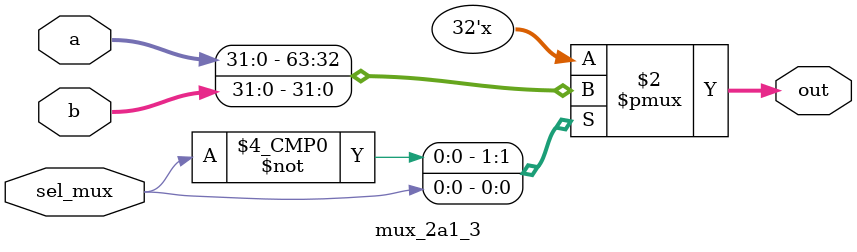
<source format=v>
`timescale 1ns / 1ps

module mux_2a1_3 #(parameter RS2 = 2'd0, ext3 = 2'd1
                )(
                input [31:0] a, b,
                input sel_mux,
                output reg [31:0] out
                );
           
    always @(*) begin
        case (sel_mux)
            RS2 : out <= a;
            ext3 : out <= b;
        endcase
    end
endmodule
</source>
